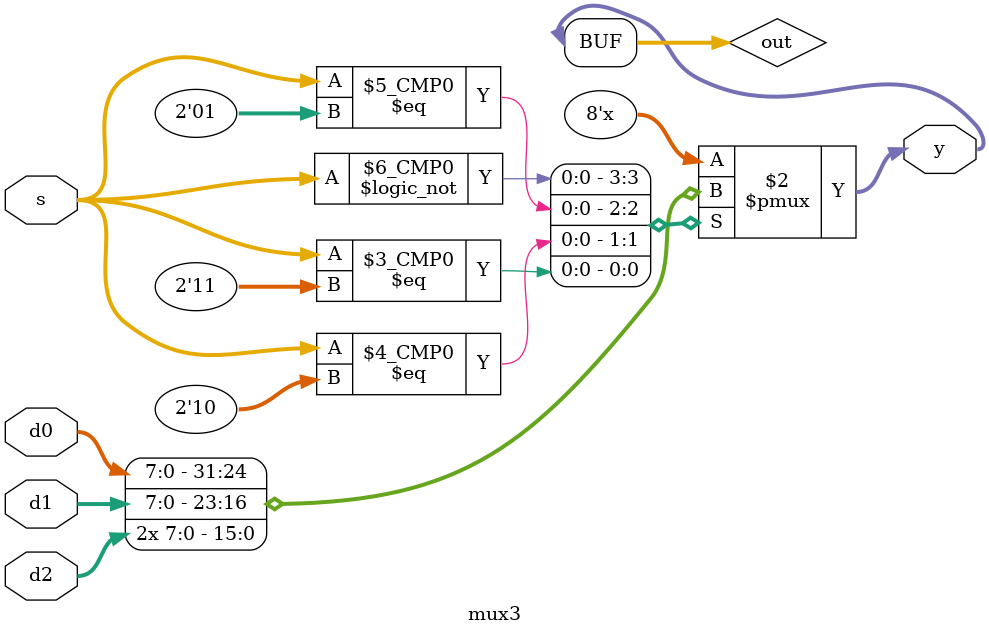
<source format=sv>
module mux3 #(parameter WIDTH = 8)
             (input  [WIDTH-1:0] d0, d1, d2,   // data in
              input  [1:0]       s, 		   // control in
              output [WIDTH-1:0] y);		   // data out

// fill in guts
//  s1   s0    y
//  0     0   d0
//  0     1	  d1
//  1     0   d2
//  1     1	  d2
  logic [WIDTH-1:0] out;
  always_comb
	  case( s )
	    2'b00: 			out = d0;
		 2'b01: 			out = d1;
	    2'b10: 			out = d2;
	    2'b11: 			out = d2;
	  endcase
	  
	assign y = out;
  
endmodule



</source>
